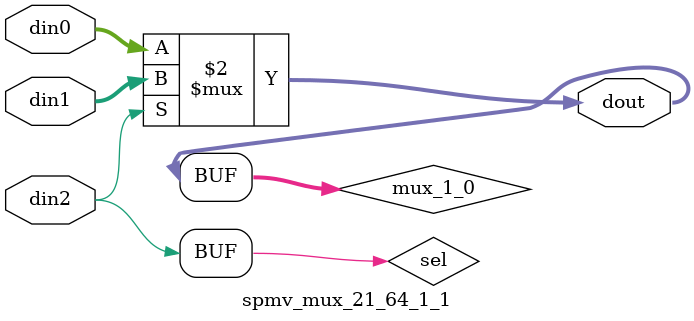
<source format=v>

`timescale 1ns/1ps

module spmv_mux_21_64_1_1 #(
parameter
    ID                = 0,
    NUM_STAGE         = 1,
    din0_WIDTH       = 32,
    din1_WIDTH       = 32,
    din2_WIDTH         = 32,
    dout_WIDTH            = 32
)(
    input  [63 : 0]     din0,
    input  [63 : 0]     din1,
    input  [0 : 0]    din2,
    output [63 : 0]   dout);

// puts internal signals
wire [0 : 0]     sel;
// level 1 signals
wire [63 : 0]         mux_1_0;

assign sel = din2;

// Generate level 1 logic
assign mux_1_0 = (sel[0] == 0)? din0 : din1;

// output logic
assign dout = mux_1_0;

endmodule

</source>
